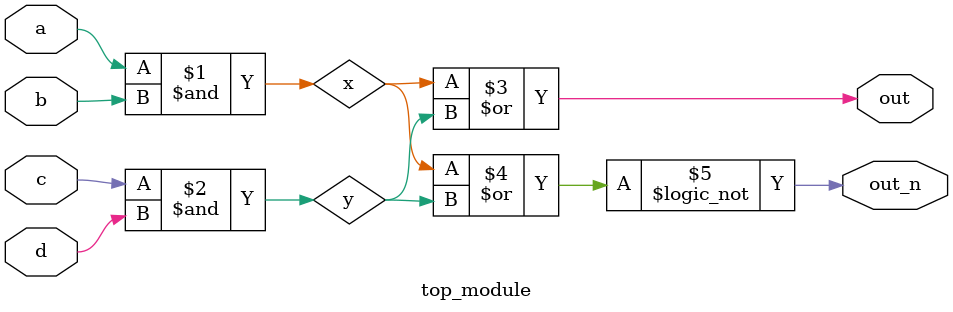
<source format=v>
`default_nettype none
module top_module(
    input a,
    input b,
    input c,
    input d,
    output out,
    output out_n   ); 
wire x,y;
    assign x= a&b;
    assign y= c&d;
    assign out = x|y;
    assign out_n= !(x|y);
endmodule

</source>
